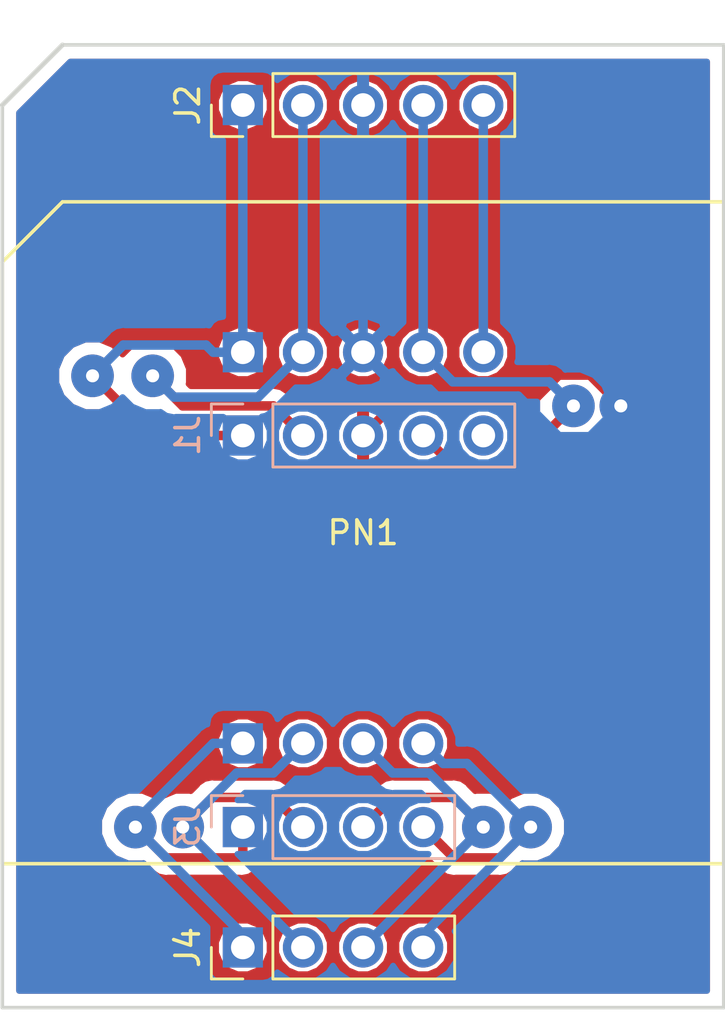
<source format=kicad_pcb>
(kicad_pcb (version 20171130) (host pcbnew "(5.0.0-rc2-dev-616-g2f5fdcf32)")

  (general
    (thickness 1.6)
    (drawings 6)
    (tracks 78)
    (zones 0)
    (modules 5)
    (nets 11)
  )

  (page A4)
  (layers
    (0 F.Cu signal)
    (31 B.Cu signal)
    (32 B.Adhes user)
    (33 F.Adhes user)
    (34 B.Paste user)
    (35 F.Paste user)
    (36 B.SilkS user)
    (37 F.SilkS user)
    (38 B.Mask user)
    (39 F.Mask user)
    (40 Dwgs.User user)
    (41 Cmts.User user)
    (42 Eco1.User user)
    (43 Eco2.User user)
    (44 Edge.Cuts user)
    (45 Margin user)
    (46 B.CrtYd user)
    (47 F.CrtYd user)
    (48 B.Fab user)
    (49 F.Fab user)
  )

  (setup
    (last_trace_width 0.4)
    (trace_clearance 0.2)
    (zone_clearance 0.508)
    (zone_45_only no)
    (trace_min 0.2)
    (segment_width 0.2)
    (edge_width 0.15)
    (via_size 1.8)
    (via_drill 0.55)
    (via_min_size 0.4)
    (via_min_drill 0.3)
    (uvia_size 0.3)
    (uvia_drill 0.1)
    (uvias_allowed no)
    (uvia_min_size 0.2)
    (uvia_min_drill 0.1)
    (pcb_text_width 0.3)
    (pcb_text_size 1.5 1.5)
    (mod_edge_width 0.15)
    (mod_text_size 1 1)
    (mod_text_width 0.15)
    (pad_size 1.7 1.7)
    (pad_drill 1)
    (pad_to_mask_clearance 0.2)
    (aux_axis_origin 0 0)
    (visible_elements FFFFFF7F)
    (pcbplotparams
      (layerselection 0x01002_ffffffff)
      (usegerberextensions false)
      (usegerberattributes false)
      (usegerberadvancedattributes false)
      (creategerberjobfile true)
      (excludeedgelayer true)
      (linewidth 0.100000)
      (plotframeref false)
      (viasonmask false)
      (mode 1)
      (useauxorigin false)
      (hpglpennumber 1)
      (hpglpenspeed 20)
      (hpglpendiameter 15)
      (psnegative false)
      (psa4output false)
      (plotreference true)
      (plotvalue true)
      (plotinvisibletext false)
      (padsonsilk false)
      (subtractmaskfromsilk false)
      (outputformat 1)
      (mirror false)
      (drillshape 0)
      (scaleselection 1)
      (outputdirectory /run/media/teo/C07F-94B3/Treo/mezzanine/))
  )

  (net 0 "")
  (net 1 VDD)
  (net 2 GND)
  (net 3 "Net-(J1-Pad2)")
  (net 4 "Net-(J1-Pad5)")
  (net 5 "Net-(J1-Pad4)")
  (net 6 "Net-(J2-Pad5)")
  (net 7 "Net-(J3-Pad1)")
  (net 8 "Net-(J3-Pad2)")
  (net 9 "Net-(J3-Pad3)")
  (net 10 "Net-(J3-Pad4)")

  (net_class Default "This is the default net class."
    (clearance 0.2)
    (trace_width 0.4)
    (via_dia 1.8)
    (via_drill 0.55)
    (uvia_dia 0.3)
    (uvia_drill 0.1)
    (add_net GND)
    (add_net "Net-(J1-Pad2)")
    (add_net "Net-(J1-Pad4)")
    (add_net "Net-(J1-Pad5)")
    (add_net "Net-(J2-Pad5)")
    (add_net "Net-(J3-Pad1)")
    (add_net "Net-(J3-Pad2)")
    (add_net "Net-(J3-Pad3)")
    (add_net "Net-(J3-Pad4)")
    (add_net VDD)
  )

  (module Connector_PinHeader_2.54mm:PinHeader_1x04_P2.54mm_Vertical (layer F.Cu) (tedit 5AF9C17F) (tstamp 5AFBF2AB)
    (at 134.62 154.94 90)
    (descr "Through hole straight pin header, 1x04, 2.54mm pitch, single row")
    (tags "Through hole pin header THT 1x04 2.54mm single row")
    (path /5AFA0204)
    (fp_text reference J4 (at 0 -2.33 90) (layer F.SilkS)
      (effects (font (size 1 1) (thickness 0.15)))
    )
    (fp_text value PicoTalk (at 0 9.95 90) (layer F.Fab)
      (effects (font (size 1 1) (thickness 0.15)))
    )
    (fp_line (start -0.635 -1.27) (end 1.27 -1.27) (layer F.Fab) (width 0.1))
    (fp_line (start 1.27 -1.27) (end 1.27 8.89) (layer F.Fab) (width 0.1))
    (fp_line (start 1.27 8.89) (end -1.27 8.89) (layer F.Fab) (width 0.1))
    (fp_line (start -1.27 8.89) (end -1.27 -0.635) (layer F.Fab) (width 0.1))
    (fp_line (start -1.27 -0.635) (end -0.635 -1.27) (layer F.Fab) (width 0.1))
    (fp_line (start -1.33 8.95) (end 1.33 8.95) (layer F.SilkS) (width 0.12))
    (fp_line (start -1.33 1.27) (end -1.33 8.95) (layer F.SilkS) (width 0.12))
    (fp_line (start 1.33 1.27) (end 1.33 8.95) (layer F.SilkS) (width 0.12))
    (fp_line (start -1.33 1.27) (end 1.33 1.27) (layer F.SilkS) (width 0.12))
    (fp_line (start -1.33 0) (end -1.33 -1.33) (layer F.SilkS) (width 0.12))
    (fp_line (start -1.33 -1.33) (end 0 -1.33) (layer F.SilkS) (width 0.12))
    (fp_line (start -1.8 -1.8) (end -1.8 9.4) (layer F.CrtYd) (width 0.05))
    (fp_line (start -1.8 9.4) (end 1.8 9.4) (layer F.CrtYd) (width 0.05))
    (fp_line (start 1.8 9.4) (end 1.8 -1.8) (layer F.CrtYd) (width 0.05))
    (fp_line (start 1.8 -1.8) (end -1.8 -1.8) (layer F.CrtYd) (width 0.05))
    (fp_text user %R (at 0 3.81 180) (layer F.Fab)
      (effects (font (size 1 1) (thickness 0.15)))
    )
    (pad 1 thru_hole rect (at 0 0 90) (size 1.7 1.7) (drill 1) (layers *.Mask B.Cu)
      (net 7 "Net-(J3-Pad1)"))
    (pad 2 thru_hole oval (at 0 2.54 90) (size 1.7 1.7) (drill 1) (layers *.Mask B.Cu)
      (net 8 "Net-(J3-Pad2)"))
    (pad 3 thru_hole oval (at 0 5.08 90) (size 1.7 1.7) (drill 1) (layers *.Mask B.Cu)
      (net 9 "Net-(J3-Pad3)"))
    (pad 4 thru_hole oval (at 0 7.62 90) (size 1.7 1.7) (drill 1) (layers *.Mask B.Cu)
      (net 10 "Net-(J3-Pad4)"))
    (model ${KISYS3DMOD}/Connector_PinHeader_2.54mm.3dshapes/PinHeader_1x04_P2.54mm_Vertical.wrl
      (at (xyz 0 0 0))
      (scale (xyz 1 1 1))
      (rotate (xyz 0 0 0))
    )
  )

  (module Connector_PinHeader_2.54mm:PinHeader_1x05_P2.54mm_Vertical (layer F.Cu) (tedit 5AF9C192) (tstamp 5AFBF27C)
    (at 134.62 119.38 90)
    (descr "Through hole straight pin header, 1x05, 2.54mm pitch, single row")
    (tags "Through hole pin header THT 1x05 2.54mm single row")
    (path /5AFA0089)
    (fp_text reference J2 (at 0 -2.33 90) (layer F.SilkS)
      (effects (font (size 1 1) (thickness 0.15)))
    )
    (fp_text value STM32_SWD (at 0 12.49 90) (layer F.Fab)
      (effects (font (size 1 1) (thickness 0.15)))
    )
    (fp_line (start -0.635 -1.27) (end 1.27 -1.27) (layer F.Fab) (width 0.1))
    (fp_line (start 1.27 -1.27) (end 1.27 11.43) (layer F.Fab) (width 0.1))
    (fp_line (start 1.27 11.43) (end -1.27 11.43) (layer F.Fab) (width 0.1))
    (fp_line (start -1.27 11.43) (end -1.27 -0.635) (layer F.Fab) (width 0.1))
    (fp_line (start -1.27 -0.635) (end -0.635 -1.27) (layer F.Fab) (width 0.1))
    (fp_line (start -1.33 11.49) (end 1.33 11.49) (layer F.SilkS) (width 0.12))
    (fp_line (start -1.33 1.27) (end -1.33 11.49) (layer F.SilkS) (width 0.12))
    (fp_line (start 1.33 1.27) (end 1.33 11.49) (layer F.SilkS) (width 0.12))
    (fp_line (start -1.33 1.27) (end 1.33 1.27) (layer F.SilkS) (width 0.12))
    (fp_line (start -1.33 0) (end -1.33 -1.33) (layer F.SilkS) (width 0.12))
    (fp_line (start -1.33 -1.33) (end 0 -1.33) (layer F.SilkS) (width 0.12))
    (fp_line (start -1.8 -1.8) (end -1.8 11.95) (layer F.CrtYd) (width 0.05))
    (fp_line (start -1.8 11.95) (end 1.8 11.95) (layer F.CrtYd) (width 0.05))
    (fp_line (start 1.8 11.95) (end 1.8 -1.8) (layer F.CrtYd) (width 0.05))
    (fp_line (start 1.8 -1.8) (end -1.8 -1.8) (layer F.CrtYd) (width 0.05))
    (fp_text user %R (at 0 5.08 180) (layer F.Fab)
      (effects (font (size 1 1) (thickness 0.15)))
    )
    (pad 1 thru_hole rect (at 0 0 90) (size 1.7 1.7) (drill 1) (layers *.Mask B.Cu)
      (net 1 VDD))
    (pad 2 thru_hole oval (at 0 2.54 90) (size 1.7 1.7) (drill 1) (layers *.Mask B.Cu)
      (net 3 "Net-(J1-Pad2)"))
    (pad 3 thru_hole oval (at 0 5.08 90) (size 1.7 1.7) (drill 1) (layers *.Mask B.Cu)
      (net 2 GND))
    (pad 4 thru_hole oval (at 0 7.62 90) (size 1.7 1.7) (drill 1) (layers *.Mask B.Cu)
      (net 5 "Net-(J1-Pad4)"))
    (pad 5 thru_hole oval (at 0 10.16 90) (size 1.7 1.7) (drill 1) (layers *.Mask B.Cu)
      (net 6 "Net-(J2-Pad5)"))
    (model ${KISYS3DMOD}/Connector_PinHeader_2.54mm.3dshapes/PinHeader_1x05_P2.54mm_Vertical.wrl
      (at (xyz 0 0 0))
      (scale (xyz 1 1 1))
      (rotate (xyz 0 0 0))
    )
  )

  (module custom:PicoNode-Socket-PH (layer F.Cu) (tedit 5AF9C10E) (tstamp 5AFBF233)
    (at 139.7 151.405001)
    (path /5AFA01C4)
    (fp_text reference PN1 (at 0 -13.97) (layer F.SilkS)
      (effects (font (size 1 1) (thickness 0.15)))
    )
    (fp_text value PicoNode-Socket-PH (at 0 -1.27) (layer F.Fab)
      (effects (font (size 1 1) (thickness 0.15)))
    )
    (fp_line (start -15.24 0) (end 15.24 0) (layer F.SilkS) (width 0.15))
    (fp_line (start 15.24 0) (end 15.24 -27.94) (layer F.SilkS) (width 0.15))
    (fp_line (start 15.24 -27.94) (end -12.7 -27.94) (layer F.SilkS) (width 0.15))
    (fp_line (start -12.7 -27.94) (end -15.24 -25.4) (layer F.SilkS) (width 0.15))
    (fp_line (start -15.24 -25.4) (end -15.24 0) (layer F.SilkS) (width 0.15))
    (pad 2 thru_hole circle (at -2.54 -21.59) (size 1.7 1.7) (drill 1) (layers *.Mask B.Cu)
      (net 3 "Net-(J1-Pad2)"))
    (pad 1 thru_hole rect (at -5.08 -21.59) (size 1.7 1.7) (drill 1) (layers *.Mask B.Cu)
      (net 1 VDD))
    (pad 3 thru_hole circle (at 0 -21.59) (size 1.7 1.7) (drill 1) (layers *.Mask B.Cu)
      (net 2 GND))
    (pad 4 thru_hole circle (at 2.54 -21.59) (size 1.7 1.7) (drill 1) (layers *.Mask B.Cu)
      (net 5 "Net-(J1-Pad4)"))
    (pad 5 thru_hole circle (at 5.08 -21.59) (size 1.7 1.7) (drill 1) (layers *.Mask B.Cu)
      (net 6 "Net-(J2-Pad5)"))
    (pad 6 thru_hole rect (at -5.08 -5.08) (size 1.7 1.7) (drill 1) (layers *.Mask B.Cu)
      (net 7 "Net-(J3-Pad1)"))
    (pad 7 thru_hole circle (at -2.54 -5.08) (size 1.7 1.7) (drill 1) (layers *.Mask B.Cu)
      (net 8 "Net-(J3-Pad2)"))
    (pad 8 thru_hole circle (at 0 -5.08) (size 1.7 1.7) (drill 1) (layers *.Mask B.Cu)
      (net 9 "Net-(J3-Pad3)"))
    (pad 9 thru_hole circle (at 2.54 -5.08) (size 1.7 1.7) (drill 1) (layers *.Mask B.Cu)
      (net 10 "Net-(J3-Pad4)"))
  )

  (module Connector_PinHeader_2.54mm:PinHeader_1x04_P2.54mm_Vertical (layer B.Cu) (tedit 5AF9C20E) (tstamp 5AF7E9AE)
    (at 134.62 149.86 270)
    (descr "Through hole straight pin header, 1x04, 2.54mm pitch, single row")
    (tags "Through hole pin header THT 1x04 2.54mm single row")
    (path /5AF32062)
    (fp_text reference J3 (at 0 2.33 270) (layer B.SilkS)
      (effects (font (size 1 1) (thickness 0.15)) (justify mirror))
    )
    (fp_text value PicoTalk (at 0 -9.95 270) (layer B.Fab)
      (effects (font (size 1 1) (thickness 0.15)) (justify mirror))
    )
    (fp_line (start -0.635 1.27) (end 1.27 1.27) (layer B.Fab) (width 0.1))
    (fp_line (start 1.27 1.27) (end 1.27 -8.89) (layer B.Fab) (width 0.1))
    (fp_line (start 1.27 -8.89) (end -1.27 -8.89) (layer B.Fab) (width 0.1))
    (fp_line (start -1.27 -8.89) (end -1.27 0.635) (layer B.Fab) (width 0.1))
    (fp_line (start -1.27 0.635) (end -0.635 1.27) (layer B.Fab) (width 0.1))
    (fp_line (start -1.33 -8.95) (end 1.33 -8.95) (layer B.SilkS) (width 0.12))
    (fp_line (start -1.33 -1.27) (end -1.33 -8.95) (layer B.SilkS) (width 0.12))
    (fp_line (start 1.33 -1.27) (end 1.33 -8.95) (layer B.SilkS) (width 0.12))
    (fp_line (start -1.33 -1.27) (end 1.33 -1.27) (layer B.SilkS) (width 0.12))
    (fp_line (start -1.33 0) (end -1.33 1.33) (layer B.SilkS) (width 0.12))
    (fp_line (start -1.33 1.33) (end 0 1.33) (layer B.SilkS) (width 0.12))
    (fp_line (start -1.8 1.8) (end -1.8 -9.4) (layer B.CrtYd) (width 0.05))
    (fp_line (start -1.8 -9.4) (end 1.8 -9.4) (layer B.CrtYd) (width 0.05))
    (fp_line (start 1.8 -9.4) (end 1.8 1.8) (layer B.CrtYd) (width 0.05))
    (fp_line (start 1.8 1.8) (end -1.8 1.8) (layer B.CrtYd) (width 0.05))
    (fp_text user %R (at 0 -3.81 180) (layer B.Fab)
      (effects (font (size 1 1) (thickness 0.15)) (justify mirror))
    )
    (pad 1 thru_hole rect (at 0 0 270) (size 1.7 1.7) (drill 1) (layers *.Mask F.Cu)
      (net 7 "Net-(J3-Pad1)"))
    (pad 2 thru_hole oval (at 0 -2.54 270) (size 1.7 1.7) (drill 1) (layers *.Mask F.Cu)
      (net 8 "Net-(J3-Pad2)"))
    (pad 3 thru_hole oval (at 0 -5.08 270) (size 1.7 1.7) (drill 1) (layers *.Mask F.Cu)
      (net 9 "Net-(J3-Pad3)"))
    (pad 4 thru_hole oval (at 0 -7.62 270) (size 1.7 1.7) (drill 1) (layers *.Mask F.Cu)
      (net 10 "Net-(J3-Pad4)"))
    (model ${KISYS3DMOD}/Connector_PinHeader_2.54mm.3dshapes/PinHeader_1x04_P2.54mm_Vertical.wrl
      (at (xyz 0 0 0))
      (scale (xyz 1 1 1))
      (rotate (xyz 0 0 0))
    )
  )

  (module Connector_PinHeader_2.54mm:PinHeader_1x05_P2.54mm_Vertical (layer B.Cu) (tedit 5AF9C1ED) (tstamp 5AF7E913)
    (at 134.62 133.33 270)
    (descr "Through hole straight pin header, 1x05, 2.54mm pitch, single row")
    (tags "Through hole pin header THT 1x05 2.54mm single row")
    (path /5AF31E07)
    (fp_text reference J1 (at 0 2.33 270) (layer B.SilkS)
      (effects (font (size 1 1) (thickness 0.15)) (justify mirror))
    )
    (fp_text value STM32_SWD (at 0 -12.49 270) (layer B.Fab)
      (effects (font (size 1 1) (thickness 0.15)) (justify mirror))
    )
    (fp_line (start -0.635 1.27) (end 1.27 1.27) (layer B.Fab) (width 0.1))
    (fp_line (start 1.27 1.27) (end 1.27 -11.43) (layer B.Fab) (width 0.1))
    (fp_line (start 1.27 -11.43) (end -1.27 -11.43) (layer B.Fab) (width 0.1))
    (fp_line (start -1.27 -11.43) (end -1.27 0.635) (layer B.Fab) (width 0.1))
    (fp_line (start -1.27 0.635) (end -0.635 1.27) (layer B.Fab) (width 0.1))
    (fp_line (start -1.33 -11.49) (end 1.33 -11.49) (layer B.SilkS) (width 0.12))
    (fp_line (start -1.33 -1.27) (end -1.33 -11.49) (layer B.SilkS) (width 0.12))
    (fp_line (start 1.33 -1.27) (end 1.33 -11.49) (layer B.SilkS) (width 0.12))
    (fp_line (start -1.33 -1.27) (end 1.33 -1.27) (layer B.SilkS) (width 0.12))
    (fp_line (start -1.33 0) (end -1.33 1.33) (layer B.SilkS) (width 0.12))
    (fp_line (start -1.33 1.33) (end 0 1.33) (layer B.SilkS) (width 0.12))
    (fp_line (start -1.8 1.8) (end -1.8 -11.95) (layer B.CrtYd) (width 0.05))
    (fp_line (start -1.8 -11.95) (end 1.8 -11.95) (layer B.CrtYd) (width 0.05))
    (fp_line (start 1.8 -11.95) (end 1.8 1.8) (layer B.CrtYd) (width 0.05))
    (fp_line (start 1.8 1.8) (end -1.8 1.8) (layer B.CrtYd) (width 0.05))
    (fp_text user %R (at 0 -5.08 180) (layer B.Fab)
      (effects (font (size 1 1) (thickness 0.15)) (justify mirror))
    )
    (pad 1 thru_hole rect (at 0 0 270) (size 1.7 1.7) (drill 1) (layers *.Mask F.Cu)
      (net 1 VDD))
    (pad 2 thru_hole oval (at 0 -2.54 270) (size 1.7 1.7) (drill 1) (layers *.Mask F.Cu)
      (net 3 "Net-(J1-Pad2)"))
    (pad 3 thru_hole oval (at 0 -5.08 270) (size 1.7 1.7) (drill 1) (layers *.Mask F.Cu)
      (net 2 GND))
    (pad 4 thru_hole oval (at 0 -7.62 270) (size 1.7 1.7) (drill 1) (layers *.Mask F.Cu)
      (net 5 "Net-(J1-Pad4)"))
    (pad 5 thru_hole oval (at 0 -10.16 270) (size 1.7 1.7) (drill 1) (layers *.Mask F.Cu)
      (net 4 "Net-(J1-Pad5)"))
    (model ${KISYS3DMOD}/Connector_PinHeader_2.54mm.3dshapes/PinHeader_1x05_P2.54mm_Vertical.wrl
      (at (xyz 0 0 0))
      (scale (xyz 1 1 1))
      (rotate (xyz 0 0 0))
    )
  )

  (gr_line (start 127 116.84) (end 154.94 116.84) (layer Edge.Cuts) (width 0.15))
  (gr_text "PicoNode\nDebug\nMezzanine" (at 139.7 139.7) (layer F.Adhes)
    (effects (font (size 1.5 1.5) (thickness 0.3)))
  )
  (gr_line (start 154.94 157.48) (end 124.46 157.48) (layer Edge.Cuts) (width 0.15) (tstamp 5AF8CD32))
  (gr_line (start 124.46 119.38) (end 127 116.84) (layer Edge.Cuts) (width 0.2))
  (gr_line (start 124.46 157.48) (end 124.46 119.38) (layer Edge.Cuts) (width 0.15))
  (gr_line (start 154.94 116.84) (end 154.94 157.48) (layer Edge.Cuts) (width 0.15))

  (segment (start 134.62 129.815001) (end 134.62 119.38) (width 0.4) (layer B.Cu) (net 1))
  (segment (start 134.62 133.33) (end 130.79 133.33) (width 0.4) (layer F.Cu) (net 1))
  (via (at 128.27 130.81) (size 1.8) (drill 0.55) (layers F.Cu B.Cu) (net 1))
  (segment (start 130.79 133.33) (end 128.27 130.81) (width 0.4) (layer F.Cu) (net 1))
  (segment (start 133.37 129.815001) (end 134.62 129.815001) (width 0.4) (layer B.Cu) (net 1))
  (segment (start 133.064998 129.509999) (end 133.37 129.815001) (width 0.4) (layer B.Cu) (net 1))
  (segment (start 129.570001 129.509999) (end 133.064998 129.509999) (width 0.4) (layer B.Cu) (net 1))
  (segment (start 128.27 130.81) (end 129.570001 129.509999) (width 0.4) (layer B.Cu) (net 1))
  (segment (start 139.7 129.815001) (end 139.7 119.38) (width 0.4) (layer B.Cu) (net 2))
  (via (at 150.590003 132.08) (size 1.8) (drill 0.55) (layers F.Cu B.Cu) (net 2))
  (segment (start 147.965999 130.779999) (end 149.290002 130.779999) (width 0.4) (layer F.Cu) (net 2))
  (segment (start 146.665999 132.079999) (end 147.965999 130.779999) (width 0.4) (layer F.Cu) (net 2))
  (segment (start 149.290002 130.779999) (end 150.590003 132.08) (width 0.4) (layer F.Cu) (net 2))
  (segment (start 139.7 133.33) (end 140.950001 132.079999) (width 0.4) (layer F.Cu) (net 2))
  (segment (start 140.950001 132.079999) (end 146.665999 132.079999) (width 0.4) (layer F.Cu) (net 2))
  (segment (start 140.549999 130.665) (end 139.7 129.815001) (width 0.4) (layer B.Cu) (net 2))
  (segment (start 146.25101 131.665012) (end 141.550011 131.665012) (width 0.4) (layer B.Cu) (net 2))
  (segment (start 147.965999 133.380001) (end 146.25101 131.665012) (width 0.4) (layer B.Cu) (net 2))
  (segment (start 149.290002 133.380001) (end 147.965999 133.380001) (width 0.4) (layer B.Cu) (net 2))
  (segment (start 141.550011 131.665012) (end 140.549999 130.665) (width 0.4) (layer B.Cu) (net 2))
  (segment (start 150.590003 132.08) (end 149.290002 133.380001) (width 0.4) (layer B.Cu) (net 2))
  (segment (start 137.16 129.815001) (end 137.16 119.38) (width 0.4) (layer B.Cu) (net 3))
  (segment (start 132.08 132.08) (end 130.81 130.81) (width 0.4) (layer F.Cu) (net 3))
  (via (at 130.81 130.81) (size 1.8) (drill 0.55) (layers F.Cu B.Cu) (net 3))
  (segment (start 137.16 133.33) (end 135.91 132.08) (width 0.4) (layer F.Cu) (net 3))
  (segment (start 135.91 132.08) (end 132.08 132.08) (width 0.4) (layer F.Cu) (net 3))
  (segment (start 136.310001 130.665) (end 137.16 129.815001) (width 0.4) (layer B.Cu) (net 3))
  (segment (start 135.265002 131.709999) (end 136.310001 130.665) (width 0.4) (layer B.Cu) (net 3))
  (segment (start 131.709999 131.709999) (end 135.265002 131.709999) (width 0.4) (layer B.Cu) (net 3))
  (segment (start 130.81 130.81) (end 131.709999 131.709999) (width 0.4) (layer B.Cu) (net 3))
  (segment (start 142.24 129.815001) (end 142.24 119.38) (width 0.4) (layer B.Cu) (net 5))
  (via (at 148.59 132.08) (size 1.8) (drill 0.55) (layers F.Cu B.Cu) (net 5))
  (segment (start 146.089999 134.580001) (end 148.59 132.08) (width 0.4) (layer F.Cu) (net 5))
  (segment (start 142.24 133.33) (end 143.490001 134.580001) (width 0.4) (layer F.Cu) (net 5))
  (segment (start 143.490001 134.580001) (end 146.089999 134.580001) (width 0.4) (layer F.Cu) (net 5))
  (segment (start 143.089999 130.665) (end 142.24 129.815001) (width 0.4) (layer B.Cu) (net 5))
  (segment (start 143.490001 131.065002) (end 143.089999 130.665) (width 0.4) (layer B.Cu) (net 5))
  (segment (start 147.575002 131.065002) (end 143.490001 131.065002) (width 0.4) (layer B.Cu) (net 5))
  (segment (start 148.59 132.08) (end 147.575002 131.065002) (width 0.4) (layer B.Cu) (net 5))
  (segment (start 144.78 129.815001) (end 144.78 119.38) (width 0.4) (layer B.Cu) (net 6))
  (via (at 130.079997 149.86) (size 1.8) (drill 0.55) (layers F.Cu B.Cu) (net 7))
  (segment (start 130.079997 149.615004) (end 130.079997 149.86) (width 0.4) (layer B.Cu) (net 7))
  (segment (start 134.62 146.325001) (end 133.37 146.325001) (width 0.4) (layer B.Cu) (net 7))
  (segment (start 133.37 146.325001) (end 130.079997 149.615004) (width 0.4) (layer B.Cu) (net 7))
  (segment (start 134.569999 151.160001) (end 134.62 151.11) (width 0.4) (layer F.Cu) (net 7))
  (segment (start 131.379998 151.160001) (end 134.569999 151.160001) (width 0.4) (layer F.Cu) (net 7))
  (segment (start 134.62 151.11) (end 134.62 149.86) (width 0.4) (layer F.Cu) (net 7))
  (segment (start 130.079997 149.86) (end 131.379998 151.160001) (width 0.4) (layer F.Cu) (net 7))
  (segment (start 134.62 154.400003) (end 134.62 154.94) (width 0.4) (layer B.Cu) (net 7))
  (segment (start 130.079997 149.86) (end 134.62 154.400003) (width 0.4) (layer B.Cu) (net 7))
  (via (at 132.08 149.86) (size 1.8) (drill 0.55) (layers F.Cu B.Cu) (net 8))
  (segment (start 134.364998 147.575002) (end 132.08 149.86) (width 0.4) (layer B.Cu) (net 8))
  (segment (start 137.16 146.325001) (end 135.909999 147.575002) (width 0.4) (layer B.Cu) (net 8))
  (segment (start 135.909999 147.575002) (end 134.364998 147.575002) (width 0.4) (layer B.Cu) (net 8))
  (segment (start 136.310001 149.010001) (end 137.16 149.86) (width 0.4) (layer F.Cu) (net 8))
  (segment (start 135.909999 148.609999) (end 136.310001 149.010001) (width 0.4) (layer F.Cu) (net 8))
  (segment (start 133.330001 148.609999) (end 135.909999 148.609999) (width 0.4) (layer F.Cu) (net 8))
  (segment (start 132.08 149.86) (end 133.330001 148.609999) (width 0.4) (layer F.Cu) (net 8))
  (segment (start 132.08 149.86) (end 137.16 154.94) (width 0.4) (layer B.Cu) (net 8))
  (via (at 144.78 149.86) (size 1.8) (drill 0.55) (layers F.Cu B.Cu) (net 9))
  (segment (start 142.495002 147.575002) (end 144.78 149.86) (width 0.4) (layer B.Cu) (net 9))
  (segment (start 139.7 146.325001) (end 140.950001 147.575002) (width 0.4) (layer B.Cu) (net 9))
  (segment (start 140.950001 147.575002) (end 142.495002 147.575002) (width 0.4) (layer B.Cu) (net 9))
  (segment (start 140.549999 149.010001) (end 139.7 149.86) (width 0.4) (layer F.Cu) (net 9))
  (segment (start 140.950001 148.609999) (end 140.549999 149.010001) (width 0.4) (layer F.Cu) (net 9))
  (segment (start 143.529999 148.609999) (end 140.950001 148.609999) (width 0.4) (layer F.Cu) (net 9))
  (segment (start 144.78 149.86) (end 143.529999 148.609999) (width 0.4) (layer F.Cu) (net 9))
  (segment (start 144.78 149.86) (end 139.7 154.94) (width 0.4) (layer B.Cu) (net 9))
  (via (at 146.780003 149.86) (size 1.8) (drill 0.55) (layers F.Cu B.Cu) (net 10))
  (segment (start 144.095003 147.175) (end 146.780003 149.86) (width 0.4) (layer B.Cu) (net 10))
  (segment (start 142.24 146.325001) (end 143.089999 147.175) (width 0.4) (layer B.Cu) (net 10))
  (segment (start 143.089999 147.175) (end 144.095003 147.175) (width 0.4) (layer B.Cu) (net 10))
  (segment (start 143.089999 150.709999) (end 142.24 149.86) (width 0.4) (layer F.Cu) (net 10))
  (segment (start 143.540001 151.160001) (end 143.089999 150.709999) (width 0.4) (layer F.Cu) (net 10))
  (segment (start 145.480002 151.160001) (end 143.540001 151.160001) (width 0.4) (layer F.Cu) (net 10))
  (segment (start 146.780003 149.86) (end 145.480002 151.160001) (width 0.4) (layer F.Cu) (net 10))
  (segment (start 142.24 154.400003) (end 142.24 154.94) (width 0.4) (layer B.Cu) (net 10))
  (segment (start 146.780003 149.86) (end 142.24 154.400003) (width 0.4) (layer B.Cu) (net 10))

  (zone (net 2) (net_name GND) (layer F.Cu) (tstamp 5AFC0851) (hatch edge 0.508)
    (connect_pads (clearance 0.508))
    (min_thickness 0.254)
    (fill yes (arc_segments 16) (thermal_gap 0.508) (thermal_bridge_width 0.508))
    (polygon
      (pts
        (xy 124.46 116.84) (xy 154.94 116.84) (xy 154.94 157.48) (xy 124.46 157.48)
      )
    )
    (filled_polygon
      (pts
        (xy 154.230001 156.77) (xy 125.17 156.77) (xy 125.17 154.714234) (xy 133.485 154.714234) (xy 133.485 155.165766)
        (xy 133.657793 155.582926) (xy 133.977074 155.902207) (xy 134.394234 156.075) (xy 134.845766 156.075) (xy 135.262926 155.902207)
        (xy 135.582207 155.582926) (xy 135.755 155.165766) (xy 135.755 154.714234) (xy 136.025 154.714234) (xy 136.025 155.165766)
        (xy 136.197793 155.582926) (xy 136.517074 155.902207) (xy 136.934234 156.075) (xy 137.385766 156.075) (xy 137.802926 155.902207)
        (xy 138.122207 155.582926) (xy 138.295 155.165766) (xy 138.295 154.714234) (xy 138.565 154.714234) (xy 138.565 155.165766)
        (xy 138.737793 155.582926) (xy 139.057074 155.902207) (xy 139.474234 156.075) (xy 139.925766 156.075) (xy 140.342926 155.902207)
        (xy 140.662207 155.582926) (xy 140.835 155.165766) (xy 140.835 154.714234) (xy 141.105 154.714234) (xy 141.105 155.165766)
        (xy 141.277793 155.582926) (xy 141.597074 155.902207) (xy 142.014234 156.075) (xy 142.465766 156.075) (xy 142.882926 155.902207)
        (xy 143.202207 155.582926) (xy 143.375 155.165766) (xy 143.375 154.714234) (xy 143.202207 154.297074) (xy 142.882926 153.977793)
        (xy 142.465766 153.805) (xy 142.014234 153.805) (xy 141.597074 153.977793) (xy 141.277793 154.297074) (xy 141.105 154.714234)
        (xy 140.835 154.714234) (xy 140.662207 154.297074) (xy 140.342926 153.977793) (xy 139.925766 153.805) (xy 139.474234 153.805)
        (xy 139.057074 153.977793) (xy 138.737793 154.297074) (xy 138.565 154.714234) (xy 138.295 154.714234) (xy 138.122207 154.297074)
        (xy 137.802926 153.977793) (xy 137.385766 153.805) (xy 136.934234 153.805) (xy 136.517074 153.977793) (xy 136.197793 154.297074)
        (xy 136.025 154.714234) (xy 135.755 154.714234) (xy 135.582207 154.297074) (xy 135.262926 153.977793) (xy 134.845766 153.805)
        (xy 134.394234 153.805) (xy 133.977074 153.977793) (xy 133.657793 154.297074) (xy 133.485 154.714234) (xy 125.17 154.714234)
        (xy 125.17 149.55467) (xy 128.544997 149.55467) (xy 128.544997 150.16533) (xy 128.778687 150.729507) (xy 129.21049 151.16131)
        (xy 129.774667 151.395) (xy 130.385327 151.395) (xy 130.419835 151.380706) (xy 130.731413 151.692283) (xy 130.777997 151.762002)
        (xy 131.054197 151.946553) (xy 131.297761 151.995001) (xy 131.297764 151.995001) (xy 131.379997 152.011358) (xy 131.46223 151.995001)
        (xy 134.487766 151.995001) (xy 134.569999 152.011358) (xy 134.652232 151.995001) (xy 134.652236 151.995001) (xy 134.8958 151.946553)
        (xy 135.172 151.762002) (xy 135.192028 151.732028) (xy 135.222001 151.712001) (xy 135.406552 151.435801) (xy 135.422139 151.35744)
        (xy 135.47 151.35744) (xy 135.717765 151.308157) (xy 135.927809 151.167809) (xy 136.068157 150.957765) (xy 136.077184 150.912381)
        (xy 136.089375 150.930625) (xy 136.580582 151.258839) (xy 137.013744 151.345) (xy 137.306256 151.345) (xy 137.739418 151.258839)
        (xy 138.230625 150.930625) (xy 138.43 150.632239) (xy 138.629375 150.930625) (xy 139.120582 151.258839) (xy 139.553744 151.345)
        (xy 139.846256 151.345) (xy 140.279418 151.258839) (xy 140.770625 150.930625) (xy 140.97 150.632239) (xy 141.169375 150.930625)
        (xy 141.660582 151.258839) (xy 142.093744 151.345) (xy 142.386256 151.345) (xy 142.517939 151.318807) (xy 142.557715 151.358583)
        (xy 142.557718 151.358585) (xy 142.891414 151.692281) (xy 142.938 151.762002) (xy 143.2142 151.946553) (xy 143.540001 152.011359)
        (xy 143.622238 151.995001) (xy 145.397769 151.995001) (xy 145.480002 152.011358) (xy 145.562235 151.995001) (xy 145.562239 151.995001)
        (xy 145.805803 151.946553) (xy 146.082003 151.762002) (xy 146.128589 151.692281) (xy 146.440164 151.380706) (xy 146.474673 151.395)
        (xy 147.085333 151.395) (xy 147.64951 151.16131) (xy 148.081313 150.729507) (xy 148.315003 150.16533) (xy 148.315003 149.55467)
        (xy 148.081313 148.990493) (xy 147.64951 148.55869) (xy 147.085333 148.325) (xy 146.474673 148.325) (xy 145.910496 148.55869)
        (xy 145.780002 148.689185) (xy 145.649507 148.55869) (xy 145.08533 148.325) (xy 144.47467 148.325) (xy 144.440161 148.339294)
        (xy 144.178586 148.077719) (xy 144.132 148.007998) (xy 143.8558 147.823447) (xy 143.612236 147.774999) (xy 143.612232 147.774999)
        (xy 143.529999 147.758642) (xy 143.447766 147.774999) (xy 141.032233 147.774999) (xy 140.95 147.758642) (xy 140.867767 147.774999)
        (xy 140.867764 147.774999) (xy 140.6242 147.823447) (xy 140.348 148.007998) (xy 140.301415 148.077717) (xy 139.977939 148.401193)
        (xy 139.846256 148.375) (xy 139.553744 148.375) (xy 139.120582 148.461161) (xy 138.629375 148.789375) (xy 138.43 149.087761)
        (xy 138.230625 148.789375) (xy 137.739418 148.461161) (xy 137.306256 148.375) (xy 137.013744 148.375) (xy 136.882061 148.401193)
        (xy 136.558586 148.077719) (xy 136.512 148.007998) (xy 136.2358 147.823447) (xy 135.992236 147.774999) (xy 135.992232 147.774999)
        (xy 135.909999 147.758642) (xy 135.827766 147.774999) (xy 133.412233 147.774999) (xy 133.33 147.758642) (xy 133.247767 147.774999)
        (xy 133.247764 147.774999) (xy 133.0042 147.823447) (xy 132.728 148.007998) (xy 132.681417 148.077714) (xy 132.419838 148.339294)
        (xy 132.38533 148.325) (xy 131.77467 148.325) (xy 131.210493 148.55869) (xy 131.079999 148.689185) (xy 130.949504 148.55869)
        (xy 130.385327 148.325) (xy 129.774667 148.325) (xy 129.21049 148.55869) (xy 128.778687 148.990493) (xy 128.544997 149.55467)
        (xy 125.17 149.55467) (xy 125.17 146.099235) (xy 133.485 146.099235) (xy 133.485 146.550767) (xy 133.657793 146.967927)
        (xy 133.977074 147.287208) (xy 134.394234 147.460001) (xy 134.845766 147.460001) (xy 135.262926 147.287208) (xy 135.582207 146.967927)
        (xy 135.755 146.550767) (xy 135.755 146.099235) (xy 136.025 146.099235) (xy 136.025 146.550767) (xy 136.197793 146.967927)
        (xy 136.517074 147.287208) (xy 136.934234 147.460001) (xy 137.385766 147.460001) (xy 137.802926 147.287208) (xy 138.122207 146.967927)
        (xy 138.295 146.550767) (xy 138.295 146.099235) (xy 138.565 146.099235) (xy 138.565 146.550767) (xy 138.737793 146.967927)
        (xy 139.057074 147.287208) (xy 139.474234 147.460001) (xy 139.925766 147.460001) (xy 140.342926 147.287208) (xy 140.662207 146.967927)
        (xy 140.835 146.550767) (xy 140.835 146.099235) (xy 141.105 146.099235) (xy 141.105 146.550767) (xy 141.277793 146.967927)
        (xy 141.597074 147.287208) (xy 142.014234 147.460001) (xy 142.465766 147.460001) (xy 142.882926 147.287208) (xy 143.202207 146.967927)
        (xy 143.375 146.550767) (xy 143.375 146.099235) (xy 143.202207 145.682075) (xy 142.882926 145.362794) (xy 142.465766 145.190001)
        (xy 142.014234 145.190001) (xy 141.597074 145.362794) (xy 141.277793 145.682075) (xy 141.105 146.099235) (xy 140.835 146.099235)
        (xy 140.662207 145.682075) (xy 140.342926 145.362794) (xy 139.925766 145.190001) (xy 139.474234 145.190001) (xy 139.057074 145.362794)
        (xy 138.737793 145.682075) (xy 138.565 146.099235) (xy 138.295 146.099235) (xy 138.122207 145.682075) (xy 137.802926 145.362794)
        (xy 137.385766 145.190001) (xy 136.934234 145.190001) (xy 136.517074 145.362794) (xy 136.197793 145.682075) (xy 136.025 146.099235)
        (xy 135.755 146.099235) (xy 135.582207 145.682075) (xy 135.262926 145.362794) (xy 134.845766 145.190001) (xy 134.394234 145.190001)
        (xy 133.977074 145.362794) (xy 133.657793 145.682075) (xy 133.485 146.099235) (xy 125.17 146.099235) (xy 125.17 135.89)
        (xy 133.223 135.89) (xy 133.223 143.51) (xy 133.232667 143.558601) (xy 133.260197 143.599803) (xy 133.301399 143.627333)
        (xy 133.35 143.637) (xy 146.05 143.637) (xy 146.098601 143.627333) (xy 146.139803 143.599803) (xy 146.167333 143.558601)
        (xy 146.177 143.51) (xy 146.177 135.89) (xy 146.167333 135.841399) (xy 146.139803 135.800197) (xy 146.098601 135.772667)
        (xy 146.05 135.763) (xy 133.35 135.763) (xy 133.301399 135.772667) (xy 133.260197 135.800197) (xy 133.232667 135.841399)
        (xy 133.223 135.89) (xy 125.17 135.89) (xy 125.17 130.50467) (xy 126.735 130.50467) (xy 126.735 131.11533)
        (xy 126.96869 131.679507) (xy 127.400493 132.11131) (xy 127.96467 132.345) (xy 128.57533 132.345) (xy 128.609839 132.330706)
        (xy 130.141415 133.862283) (xy 130.187999 133.932001) (xy 130.464199 134.116552) (xy 130.707763 134.165) (xy 130.707766 134.165)
        (xy 130.789999 134.181357) (xy 130.872232 134.165) (xy 133.12256 134.165) (xy 133.12256 134.18) (xy 133.171843 134.427765)
        (xy 133.312191 134.637809) (xy 133.522235 134.778157) (xy 133.77 134.82744) (xy 135.47 134.82744) (xy 135.717765 134.778157)
        (xy 135.927809 134.637809) (xy 136.068157 134.427765) (xy 136.077184 134.382381) (xy 136.089375 134.400625) (xy 136.580582 134.728839)
        (xy 137.013744 134.815) (xy 137.306256 134.815) (xy 137.739418 134.728839) (xy 138.230625 134.400625) (xy 138.443843 134.081522)
        (xy 138.504817 134.211358) (xy 138.933076 134.601645) (xy 139.34311 134.771476) (xy 139.573 134.650155) (xy 139.573 133.457)
        (xy 139.553 133.457) (xy 139.553 133.203) (xy 139.573 133.203) (xy 139.573 132.009845) (xy 139.827 132.009845)
        (xy 139.827 133.203) (xy 139.847 133.203) (xy 139.847 133.457) (xy 139.827 133.457) (xy 139.827 134.650155)
        (xy 140.05689 134.771476) (xy 140.466924 134.601645) (xy 140.895183 134.211358) (xy 140.956157 134.081522) (xy 141.169375 134.400625)
        (xy 141.660582 134.728839) (xy 142.093744 134.815) (xy 142.386256 134.815) (xy 142.517938 134.788807) (xy 142.841417 135.112286)
        (xy 142.888 135.182002) (xy 143.1642 135.366553) (xy 143.407764 135.415001) (xy 143.407767 135.415001) (xy 143.49 135.431358)
        (xy 143.572233 135.415001) (xy 146.007766 135.415001) (xy 146.089999 135.431358) (xy 146.172232 135.415001) (xy 146.172236 135.415001)
        (xy 146.4158 135.366553) (xy 146.692 135.182002) (xy 146.738586 135.112281) (xy 148.250162 133.600706) (xy 148.28467 133.615)
        (xy 148.89533 133.615) (xy 149.459507 133.38131) (xy 149.89131 132.949507) (xy 150.125 132.38533) (xy 150.125 131.77467)
        (xy 149.89131 131.210493) (xy 149.459507 130.77869) (xy 148.89533 130.545) (xy 148.28467 130.545) (xy 147.720493 130.77869)
        (xy 147.28869 131.210493) (xy 147.055 131.77467) (xy 147.055 132.38533) (xy 147.069294 132.419838) (xy 146.271701 133.217432)
        (xy 146.178839 132.750582) (xy 145.850625 132.259375) (xy 145.359418 131.931161) (xy 144.926256 131.845) (xy 144.633744 131.845)
        (xy 144.200582 131.931161) (xy 143.709375 132.259375) (xy 143.51 132.557761) (xy 143.310625 132.259375) (xy 142.819418 131.931161)
        (xy 142.386256 131.845) (xy 142.093744 131.845) (xy 141.660582 131.931161) (xy 141.169375 132.259375) (xy 140.956157 132.578478)
        (xy 140.895183 132.448642) (xy 140.466924 132.058355) (xy 140.05689 131.888524) (xy 139.827 132.009845) (xy 139.573 132.009845)
        (xy 139.34311 131.888524) (xy 138.933076 132.058355) (xy 138.504817 132.448642) (xy 138.443843 132.578478) (xy 138.230625 132.259375)
        (xy 137.739418 131.931161) (xy 137.306256 131.845) (xy 137.013744 131.845) (xy 136.882061 131.871193) (xy 136.558587 131.54772)
        (xy 136.512001 131.477999) (xy 136.235801 131.293448) (xy 135.992237 131.245) (xy 135.992233 131.245) (xy 135.91 131.228643)
        (xy 135.827767 131.245) (xy 132.425868 131.245) (xy 132.330706 131.149838) (xy 132.345 131.11533) (xy 132.345 130.50467)
        (xy 132.11131 129.940493) (xy 131.760052 129.589235) (xy 133.485 129.589235) (xy 133.485 130.040767) (xy 133.657793 130.457927)
        (xy 133.977074 130.777208) (xy 134.394234 130.950001) (xy 134.845766 130.950001) (xy 135.262926 130.777208) (xy 135.582207 130.457927)
        (xy 135.755 130.040767) (xy 135.755 129.589235) (xy 136.025 129.589235) (xy 136.025 130.040767) (xy 136.197793 130.457927)
        (xy 136.517074 130.777208) (xy 136.934234 130.950001) (xy 137.385766 130.950001) (xy 137.802926 130.777208) (xy 138.122207 130.457927)
        (xy 138.295 130.040767) (xy 138.295 129.589235) (xy 138.565 129.589235) (xy 138.565 130.040767) (xy 138.737793 130.457927)
        (xy 139.057074 130.777208) (xy 139.474234 130.950001) (xy 139.925766 130.950001) (xy 140.342926 130.777208) (xy 140.662207 130.457927)
        (xy 140.835 130.040767) (xy 140.835 129.589235) (xy 141.105 129.589235) (xy 141.105 130.040767) (xy 141.277793 130.457927)
        (xy 141.597074 130.777208) (xy 142.014234 130.950001) (xy 142.465766 130.950001) (xy 142.882926 130.777208) (xy 143.202207 130.457927)
        (xy 143.375 130.040767) (xy 143.375 129.589235) (xy 143.645 129.589235) (xy 143.645 130.040767) (xy 143.817793 130.457927)
        (xy 144.137074 130.777208) (xy 144.554234 130.950001) (xy 145.005766 130.950001) (xy 145.422926 130.777208) (xy 145.742207 130.457927)
        (xy 145.915 130.040767) (xy 145.915 129.589235) (xy 145.742207 129.172075) (xy 145.422926 128.852794) (xy 145.005766 128.680001)
        (xy 144.554234 128.680001) (xy 144.137074 128.852794) (xy 143.817793 129.172075) (xy 143.645 129.589235) (xy 143.375 129.589235)
        (xy 143.202207 129.172075) (xy 142.882926 128.852794) (xy 142.465766 128.680001) (xy 142.014234 128.680001) (xy 141.597074 128.852794)
        (xy 141.277793 129.172075) (xy 141.105 129.589235) (xy 140.835 129.589235) (xy 140.662207 129.172075) (xy 140.342926 128.852794)
        (xy 139.925766 128.680001) (xy 139.474234 128.680001) (xy 139.057074 128.852794) (xy 138.737793 129.172075) (xy 138.565 129.589235)
        (xy 138.295 129.589235) (xy 138.122207 129.172075) (xy 137.802926 128.852794) (xy 137.385766 128.680001) (xy 136.934234 128.680001)
        (xy 136.517074 128.852794) (xy 136.197793 129.172075) (xy 136.025 129.589235) (xy 135.755 129.589235) (xy 135.582207 129.172075)
        (xy 135.262926 128.852794) (xy 134.845766 128.680001) (xy 134.394234 128.680001) (xy 133.977074 128.852794) (xy 133.657793 129.172075)
        (xy 133.485 129.589235) (xy 131.760052 129.589235) (xy 131.679507 129.50869) (xy 131.11533 129.275) (xy 130.50467 129.275)
        (xy 129.940493 129.50869) (xy 129.54 129.909183) (xy 129.139507 129.50869) (xy 128.57533 129.275) (xy 127.96467 129.275)
        (xy 127.400493 129.50869) (xy 126.96869 129.940493) (xy 126.735 130.50467) (xy 125.17 130.50467) (xy 125.17 119.709446)
        (xy 125.725212 119.154234) (xy 133.485 119.154234) (xy 133.485 119.605766) (xy 133.657793 120.022926) (xy 133.977074 120.342207)
        (xy 134.394234 120.515) (xy 134.845766 120.515) (xy 135.262926 120.342207) (xy 135.582207 120.022926) (xy 135.755 119.605766)
        (xy 135.755 119.154234) (xy 136.025 119.154234) (xy 136.025 119.605766) (xy 136.197793 120.022926) (xy 136.517074 120.342207)
        (xy 136.934234 120.515) (xy 137.385766 120.515) (xy 137.802926 120.342207) (xy 138.122207 120.022926) (xy 138.295 119.605766)
        (xy 138.295 119.154234) (xy 138.565 119.154234) (xy 138.565 119.605766) (xy 138.737793 120.022926) (xy 139.057074 120.342207)
        (xy 139.474234 120.515) (xy 139.925766 120.515) (xy 140.342926 120.342207) (xy 140.662207 120.022926) (xy 140.835 119.605766)
        (xy 140.835 119.154234) (xy 141.105 119.154234) (xy 141.105 119.605766) (xy 141.277793 120.022926) (xy 141.597074 120.342207)
        (xy 142.014234 120.515) (xy 142.465766 120.515) (xy 142.882926 120.342207) (xy 143.202207 120.022926) (xy 143.375 119.605766)
        (xy 143.375 119.154234) (xy 143.645 119.154234) (xy 143.645 119.605766) (xy 143.817793 120.022926) (xy 144.137074 120.342207)
        (xy 144.554234 120.515) (xy 145.005766 120.515) (xy 145.422926 120.342207) (xy 145.742207 120.022926) (xy 145.915 119.605766)
        (xy 145.915 119.154234) (xy 145.742207 118.737074) (xy 145.422926 118.417793) (xy 145.005766 118.245) (xy 144.554234 118.245)
        (xy 144.137074 118.417793) (xy 143.817793 118.737074) (xy 143.645 119.154234) (xy 143.375 119.154234) (xy 143.202207 118.737074)
        (xy 142.882926 118.417793) (xy 142.465766 118.245) (xy 142.014234 118.245) (xy 141.597074 118.417793) (xy 141.277793 118.737074)
        (xy 141.105 119.154234) (xy 140.835 119.154234) (xy 140.662207 118.737074) (xy 140.342926 118.417793) (xy 139.925766 118.245)
        (xy 139.474234 118.245) (xy 139.057074 118.417793) (xy 138.737793 118.737074) (xy 138.565 119.154234) (xy 138.295 119.154234)
        (xy 138.122207 118.737074) (xy 137.802926 118.417793) (xy 137.385766 118.245) (xy 136.934234 118.245) (xy 136.517074 118.417793)
        (xy 136.197793 118.737074) (xy 136.025 119.154234) (xy 135.755 119.154234) (xy 135.582207 118.737074) (xy 135.262926 118.417793)
        (xy 134.845766 118.245) (xy 134.394234 118.245) (xy 133.977074 118.417793) (xy 133.657793 118.737074) (xy 133.485 119.154234)
        (xy 125.725212 119.154234) (xy 127.329447 117.55) (xy 154.23 117.55)
      )
    )
  )
  (zone (net 2) (net_name GND) (layer B.Cu) (tstamp 5AFC084E) (hatch edge 0.508)
    (connect_pads (clearance 0.508))
    (min_thickness 0.254)
    (fill yes (arc_segments 16) (thermal_gap 0.508) (thermal_bridge_width 0.508))
    (polygon
      (pts
        (xy 124.46 116.84) (xy 154.94 116.84) (xy 154.94 157.48) (xy 124.46 157.48)
      )
    )
    (filled_polygon
      (pts
        (xy 154.230001 156.77) (xy 125.17 156.77) (xy 125.17 149.55467) (xy 128.544997 149.55467) (xy 128.544997 150.16533)
        (xy 128.778687 150.729507) (xy 129.21049 151.16131) (xy 129.774667 151.395) (xy 130.385327 151.395) (xy 130.419836 151.380706)
        (xy 133.12365 154.084521) (xy 133.12256 154.09) (xy 133.12256 155.79) (xy 133.171843 156.037765) (xy 133.312191 156.247809)
        (xy 133.522235 156.388157) (xy 133.77 156.43744) (xy 135.47 156.43744) (xy 135.717765 156.388157) (xy 135.927809 156.247809)
        (xy 136.068157 156.037765) (xy 136.077184 155.992381) (xy 136.089375 156.010625) (xy 136.580582 156.338839) (xy 137.013744 156.425)
        (xy 137.306256 156.425) (xy 137.739418 156.338839) (xy 138.230625 156.010625) (xy 138.43 155.712239) (xy 138.629375 156.010625)
        (xy 139.120582 156.338839) (xy 139.553744 156.425) (xy 139.846256 156.425) (xy 140.279418 156.338839) (xy 140.770625 156.010625)
        (xy 140.97 155.712239) (xy 141.169375 156.010625) (xy 141.660582 156.338839) (xy 142.093744 156.425) (xy 142.386256 156.425)
        (xy 142.819418 156.338839) (xy 143.310625 156.010625) (xy 143.638839 155.519418) (xy 143.754092 154.94) (xy 143.638839 154.360582)
        (xy 143.567322 154.253549) (xy 146.440165 151.380706) (xy 146.474673 151.395) (xy 147.085333 151.395) (xy 147.64951 151.16131)
        (xy 148.081313 150.729507) (xy 148.315003 150.16533) (xy 148.315003 149.55467) (xy 148.081313 148.990493) (xy 147.64951 148.55869)
        (xy 147.085333 148.325) (xy 146.474673 148.325) (xy 146.440165 148.339294) (xy 144.74359 146.64272) (xy 144.697004 146.572999)
        (xy 144.420804 146.388448) (xy 144.17724 146.34) (xy 144.177236 146.34) (xy 144.095003 146.323643) (xy 144.01277 146.34)
        (xy 143.725 146.34) (xy 143.725 146.029616) (xy 143.498922 145.483816) (xy 143.081185 145.066079) (xy 142.535385 144.840001)
        (xy 141.944615 144.840001) (xy 141.398815 145.066079) (xy 140.981078 145.483816) (xy 140.97 145.510561) (xy 140.958922 145.483816)
        (xy 140.541185 145.066079) (xy 139.995385 144.840001) (xy 139.404615 144.840001) (xy 138.858815 145.066079) (xy 138.441078 145.483816)
        (xy 138.43 145.510561) (xy 138.418922 145.483816) (xy 138.001185 145.066079) (xy 137.455385 144.840001) (xy 136.864615 144.840001)
        (xy 136.318815 145.066079) (xy 136.083006 145.301888) (xy 136.068157 145.227236) (xy 135.927809 145.017192) (xy 135.717765 144.876844)
        (xy 135.47 144.827561) (xy 133.77 144.827561) (xy 133.522235 144.876844) (xy 133.312191 145.017192) (xy 133.171843 145.227236)
        (xy 133.12256 145.475001) (xy 133.12256 145.522862) (xy 133.044199 145.538449) (xy 132.767999 145.723) (xy 132.721415 145.792718)
        (xy 130.189134 148.325) (xy 129.774667 148.325) (xy 129.21049 148.55869) (xy 128.778687 148.990493) (xy 128.544997 149.55467)
        (xy 125.17 149.55467) (xy 125.17 130.50467) (xy 126.735 130.50467) (xy 126.735 131.11533) (xy 126.96869 131.679507)
        (xy 127.400493 132.11131) (xy 127.96467 132.345) (xy 128.57533 132.345) (xy 129.139507 132.11131) (xy 129.54 131.710817)
        (xy 129.940493 132.11131) (xy 130.50467 132.345) (xy 131.11533 132.345) (xy 131.141292 132.334246) (xy 131.24838 132.4058)
        (xy 131.384198 132.496551) (xy 131.709999 132.561357) (xy 131.792236 132.544999) (xy 133.799868 132.544999) (xy 133.657793 132.687074)
        (xy 133.485 133.104234) (xy 133.485 133.555766) (xy 133.657793 133.972926) (xy 133.977074 134.292207) (xy 134.394234 134.465)
        (xy 134.845766 134.465) (xy 135.262926 134.292207) (xy 135.582207 133.972926) (xy 135.755 133.555766) (xy 135.755 133.104234)
        (xy 136.025 133.104234) (xy 136.025 133.555766) (xy 136.197793 133.972926) (xy 136.517074 134.292207) (xy 136.934234 134.465)
        (xy 137.385766 134.465) (xy 137.802926 134.292207) (xy 138.122207 133.972926) (xy 138.295 133.555766) (xy 138.295 133.104234)
        (xy 138.565 133.104234) (xy 138.565 133.555766) (xy 138.737793 133.972926) (xy 139.057074 134.292207) (xy 139.474234 134.465)
        (xy 139.925766 134.465) (xy 140.342926 134.292207) (xy 140.662207 133.972926) (xy 140.835 133.555766) (xy 140.835 133.104234)
        (xy 141.105 133.104234) (xy 141.105 133.555766) (xy 141.277793 133.972926) (xy 141.597074 134.292207) (xy 142.014234 134.465)
        (xy 142.465766 134.465) (xy 142.882926 134.292207) (xy 143.202207 133.972926) (xy 143.375 133.555766) (xy 143.375 133.104234)
        (xy 143.645 133.104234) (xy 143.645 133.555766) (xy 143.817793 133.972926) (xy 144.137074 134.292207) (xy 144.554234 134.465)
        (xy 145.005766 134.465) (xy 145.422926 134.292207) (xy 145.742207 133.972926) (xy 145.915 133.555766) (xy 145.915 133.104234)
        (xy 145.742207 132.687074) (xy 145.422926 132.367793) (xy 145.005766 132.195) (xy 144.554234 132.195) (xy 144.137074 132.367793)
        (xy 143.817793 132.687074) (xy 143.645 133.104234) (xy 143.375 133.104234) (xy 143.202207 132.687074) (xy 142.882926 132.367793)
        (xy 142.465766 132.195) (xy 142.014234 132.195) (xy 141.597074 132.367793) (xy 141.277793 132.687074) (xy 141.105 133.104234)
        (xy 140.835 133.104234) (xy 140.662207 132.687074) (xy 140.342926 132.367793) (xy 139.925766 132.195) (xy 139.474234 132.195)
        (xy 139.057074 132.367793) (xy 138.737793 132.687074) (xy 138.565 133.104234) (xy 138.295 133.104234) (xy 138.122207 132.687074)
        (xy 137.802926 132.367793) (xy 137.385766 132.195) (xy 136.934234 132.195) (xy 136.517074 132.367793) (xy 136.197793 132.687074)
        (xy 136.025 133.104234) (xy 135.755 133.104234) (xy 135.582207 132.687074) (xy 135.42472 132.529587) (xy 135.590803 132.496551)
        (xy 135.867003 132.312) (xy 135.913589 132.242279) (xy 136.85843 131.297439) (xy 136.864615 131.300001) (xy 137.455385 131.300001)
        (xy 138.001185 131.073923) (xy 138.216149 130.858959) (xy 138.835647 130.858959) (xy 138.91592 131.11026) (xy 139.471279 131.311719)
        (xy 140.061458 131.285316) (xy 140.48408 131.11026) (xy 140.564353 130.858959) (xy 139.7 129.994606) (xy 138.835647 130.858959)
        (xy 138.216149 130.858959) (xy 138.418922 130.656186) (xy 138.438155 130.609754) (xy 138.656042 130.679354) (xy 139.520395 129.815001)
        (xy 138.656042 128.950648) (xy 138.438155 129.020248) (xy 138.418922 128.973816) (xy 138.216149 128.771043) (xy 138.835647 128.771043)
        (xy 139.7 129.635396) (xy 140.564353 128.771043) (xy 140.48408 128.519742) (xy 139.928721 128.318283) (xy 139.338542 128.344686)
        (xy 138.91592 128.519742) (xy 138.835647 128.771043) (xy 138.216149 128.771043) (xy 138.001185 128.556079) (xy 137.995 128.553517)
        (xy 137.995 120.608065) (xy 138.230625 120.450625) (xy 138.443843 120.131522) (xy 138.504817 120.261358) (xy 138.933076 120.651645)
        (xy 139.34311 120.821476) (xy 139.573 120.700155) (xy 139.573 119.507) (xy 139.553 119.507) (xy 139.553 119.253)
        (xy 139.573 119.253) (xy 139.573 118.059845) (xy 139.827 118.059845) (xy 139.827 119.253) (xy 139.847 119.253)
        (xy 139.847 119.507) (xy 139.827 119.507) (xy 139.827 120.700155) (xy 140.05689 120.821476) (xy 140.466924 120.651645)
        (xy 140.895183 120.261358) (xy 140.956157 120.131522) (xy 141.169375 120.450625) (xy 141.405001 120.608065) (xy 141.405 128.553517)
        (xy 141.398815 128.556079) (xy 140.981078 128.973816) (xy 140.961845 129.020248) (xy 140.743958 128.950648) (xy 139.879605 129.815001)
        (xy 140.743958 130.679354) (xy 140.961845 130.609754) (xy 140.981078 130.656186) (xy 141.398815 131.073923) (xy 141.944615 131.300001)
        (xy 142.535385 131.300001) (xy 142.54157 131.297439) (xy 142.841415 131.597284) (xy 142.888 131.667003) (xy 143.1642 131.851554)
        (xy 143.407764 131.900002) (xy 143.407767 131.900002) (xy 143.49 131.916359) (xy 143.572233 131.900002) (xy 147.055 131.900002)
        (xy 147.055 132.38533) (xy 147.28869 132.949507) (xy 147.720493 133.38131) (xy 148.28467 133.615) (xy 148.89533 133.615)
        (xy 149.459507 133.38131) (xy 149.89131 132.949507) (xy 150.125 132.38533) (xy 150.125 131.77467) (xy 149.89131 131.210493)
        (xy 149.459507 130.77869) (xy 148.89533 130.545) (xy 148.28467 130.545) (xy 148.250161 130.559294) (xy 148.223589 130.532722)
        (xy 148.177003 130.463001) (xy 147.900803 130.27845) (xy 147.657239 130.230002) (xy 147.657235 130.230002) (xy 147.575002 130.213645)
        (xy 147.492769 130.230002) (xy 146.215453 130.230002) (xy 146.265 130.110386) (xy 146.265 129.519616) (xy 146.038922 128.973816)
        (xy 145.621185 128.556079) (xy 145.615 128.553517) (xy 145.615 120.608065) (xy 145.850625 120.450625) (xy 146.178839 119.959418)
        (xy 146.294092 119.38) (xy 146.178839 118.800582) (xy 145.850625 118.309375) (xy 145.359418 117.981161) (xy 144.926256 117.895)
        (xy 144.633744 117.895) (xy 144.200582 117.981161) (xy 143.709375 118.309375) (xy 143.51 118.607761) (xy 143.310625 118.309375)
        (xy 142.819418 117.981161) (xy 142.386256 117.895) (xy 142.093744 117.895) (xy 141.660582 117.981161) (xy 141.169375 118.309375)
        (xy 140.956157 118.628478) (xy 140.895183 118.498642) (xy 140.466924 118.108355) (xy 140.05689 117.938524) (xy 139.827 118.059845)
        (xy 139.573 118.059845) (xy 139.34311 117.938524) (xy 138.933076 118.108355) (xy 138.504817 118.498642) (xy 138.443843 118.628478)
        (xy 138.230625 118.309375) (xy 137.739418 117.981161) (xy 137.306256 117.895) (xy 137.013744 117.895) (xy 136.580582 117.981161)
        (xy 136.089375 118.309375) (xy 136.077184 118.327619) (xy 136.068157 118.282235) (xy 135.927809 118.072191) (xy 135.717765 117.931843)
        (xy 135.47 117.88256) (xy 133.77 117.88256) (xy 133.522235 117.931843) (xy 133.312191 118.072191) (xy 133.171843 118.282235)
        (xy 133.12256 118.53) (xy 133.12256 120.23) (xy 133.171843 120.477765) (xy 133.312191 120.687809) (xy 133.522235 120.828157)
        (xy 133.77 120.87744) (xy 133.785001 120.87744) (xy 133.785 128.317561) (xy 133.77 128.317561) (xy 133.522235 128.366844)
        (xy 133.312191 128.507192) (xy 133.193867 128.684275) (xy 133.147235 128.674999) (xy 133.147231 128.674999) (xy 133.064998 128.658642)
        (xy 132.982765 128.674999) (xy 129.652233 128.674999) (xy 129.57 128.658642) (xy 129.487767 128.674999) (xy 129.487764 128.674999)
        (xy 129.2442 128.723447) (xy 128.968 128.907998) (xy 128.921416 128.977717) (xy 128.609838 129.289294) (xy 128.57533 129.275)
        (xy 127.96467 129.275) (xy 127.400493 129.50869) (xy 126.96869 129.940493) (xy 126.735 130.50467) (xy 125.17 130.50467)
        (xy 125.17 119.709446) (xy 127.329447 117.55) (xy 154.23 117.55)
      )
    )
  )
  (zone (net 0) (net_name "") (layer F.Cu) (tstamp 0) (hatch edge 0.508)
    (connect_pads (clearance 0.508))
    (min_thickness 0.254)
    (keepout (tracks not_allowed) (vias not_allowed) (copperpour not_allowed))
    (fill (arc_segments 16) (thermal_gap 0.508) (thermal_bridge_width 0.508))
    (polygon
      (pts
        (xy 133.35 135.89) (xy 146.05 135.89) (xy 146.05 143.51) (xy 133.35 143.51)
      )
    )
  )
  (zone (net 0) (net_name "") (layer B.Cu) (tstamp 0) (hatch edge 0.508)
    (connect_pads (clearance 0.508))
    (min_thickness 0.254)
    (fill yes (arc_segments 16) (thermal_gap 0.508) (thermal_bridge_width 0.508))
    (polygon
      (pts
        (xy 134.62 154.94) (xy 132.08 147.32) (xy 144.78 147.32) (xy 142.24 154.94)
      )
    )
    (filled_polygon
      (pts
        (xy 138.858815 147.583923) (xy 139.404615 147.810001) (xy 139.995385 147.810001) (xy 140.00157 147.807439) (xy 140.301417 148.107287)
        (xy 140.348 148.177003) (xy 140.6242 148.361554) (xy 140.867764 148.410002) (xy 140.867767 148.410002) (xy 140.95 148.426359)
        (xy 141.032233 148.410002) (xy 142.149135 148.410002) (xy 142.464133 148.725) (xy 142.014234 148.725) (xy 141.597074 148.897793)
        (xy 141.277793 149.217074) (xy 141.105 149.634234) (xy 141.105 150.085766) (xy 141.277793 150.502926) (xy 141.597074 150.822207)
        (xy 142.014234 150.995) (xy 142.464132 150.995) (xy 139.977939 153.481193) (xy 139.846256 153.455) (xy 139.553744 153.455)
        (xy 139.120582 153.541161) (xy 138.629375 153.869375) (xy 138.43 154.167761) (xy 138.230625 153.869375) (xy 137.739418 153.541161)
        (xy 137.306256 153.455) (xy 137.013744 153.455) (xy 136.882061 153.481193) (xy 134.395867 150.995) (xy 134.845766 150.995)
        (xy 135.262926 150.822207) (xy 135.582207 150.502926) (xy 135.755 150.085766) (xy 135.755 149.634234) (xy 136.025 149.634234)
        (xy 136.025 150.085766) (xy 136.197793 150.502926) (xy 136.517074 150.822207) (xy 136.934234 150.995) (xy 137.385766 150.995)
        (xy 137.802926 150.822207) (xy 138.122207 150.502926) (xy 138.295 150.085766) (xy 138.295 149.634234) (xy 138.565 149.634234)
        (xy 138.565 150.085766) (xy 138.737793 150.502926) (xy 139.057074 150.822207) (xy 139.474234 150.995) (xy 139.925766 150.995)
        (xy 140.342926 150.822207) (xy 140.662207 150.502926) (xy 140.835 150.085766) (xy 140.835 149.634234) (xy 140.662207 149.217074)
        (xy 140.342926 148.897793) (xy 139.925766 148.725) (xy 139.474234 148.725) (xy 139.057074 148.897793) (xy 138.737793 149.217074)
        (xy 138.565 149.634234) (xy 138.295 149.634234) (xy 138.122207 149.217074) (xy 137.802926 148.897793) (xy 137.385766 148.725)
        (xy 136.934234 148.725) (xy 136.517074 148.897793) (xy 136.197793 149.217074) (xy 136.025 149.634234) (xy 135.755 149.634234)
        (xy 135.582207 149.217074) (xy 135.262926 148.897793) (xy 134.845766 148.725) (xy 134.395868 148.725) (xy 134.710866 148.410002)
        (xy 135.827766 148.410002) (xy 135.909999 148.426359) (xy 135.992232 148.410002) (xy 135.992236 148.410002) (xy 136.2358 148.361554)
        (xy 136.512 148.177003) (xy 136.558586 148.107282) (xy 136.85843 147.807439) (xy 136.864615 147.810001) (xy 137.455385 147.810001)
        (xy 138.001185 147.583923) (xy 138.138108 147.447) (xy 138.721892 147.447)
      )
    )
  )
)

</source>
